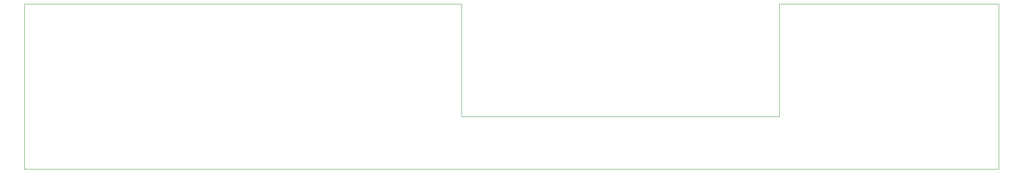
<source format=gko>
*%FSLAX23Y23*%
*%MOIN*%
G01*
D14*
X9584Y7730D02*
Y8675D01*
X5923D02*
Y7292D01*
X14078D02*
Y8675D01*
X14078Y8675D02*
Y8647D01*
X12243Y8675D02*
Y8198D01*
Y7730D01*
X9584D02*
Y8675D01*
X5923D02*
Y7292D01*
X14078D02*
Y8664D01*
X9584Y8675D02*
X5923D01*
Y7292D02*
X14078D01*
Y8675D02*
X12302D01*
X12243Y8675D02*
X14078D01*
X12243Y7730D02*
X9584D01*
Y8675D02*
X5923D01*
Y7292D02*
X14078D01*
D02*
M02*

</source>
